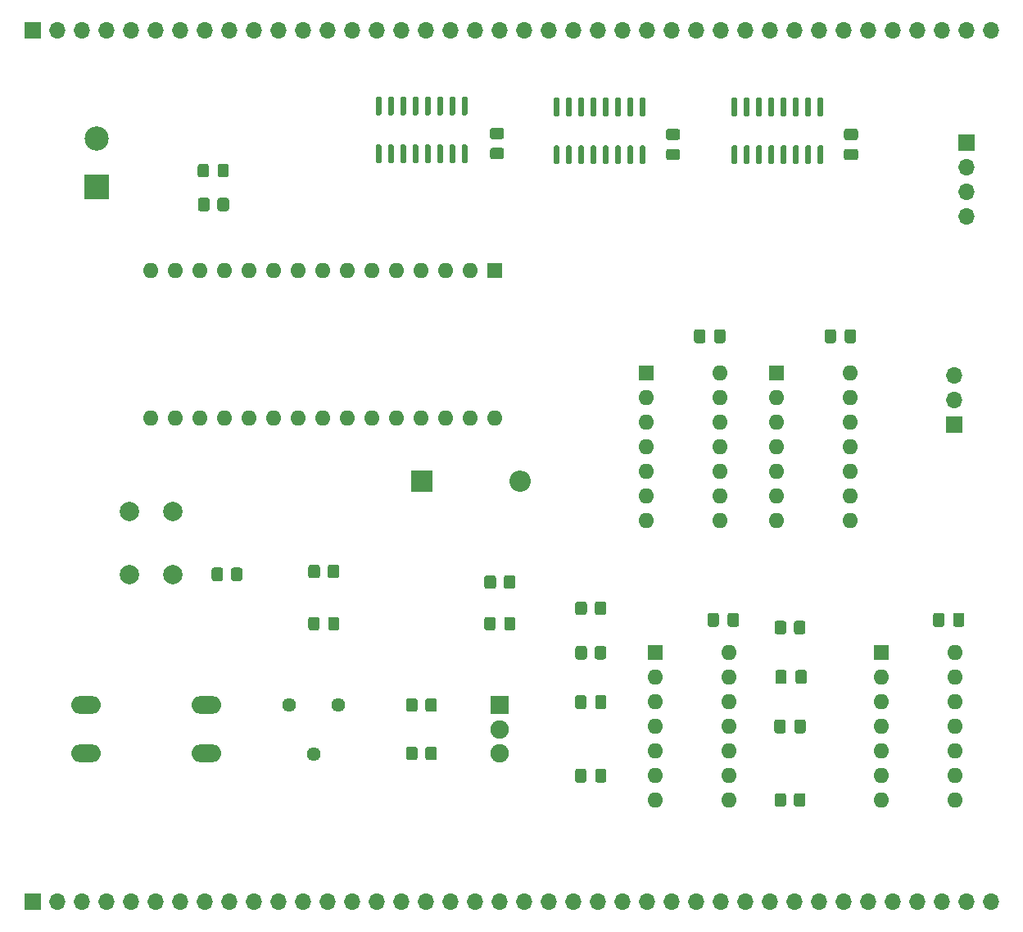
<source format=gts>
G04 #@! TF.GenerationSoftware,KiCad,Pcbnew,(5.1.9)-1*
G04 #@! TF.CreationDate,2022-11-18T17:06:51-05:00*
G04 #@! TF.ProjectId,loader,6c6f6164-6572-42e6-9b69-6361645f7063,2.0*
G04 #@! TF.SameCoordinates,Original*
G04 #@! TF.FileFunction,Soldermask,Top*
G04 #@! TF.FilePolarity,Negative*
%FSLAX46Y46*%
G04 Gerber Fmt 4.6, Leading zero omitted, Abs format (unit mm)*
G04 Created by KiCad (PCBNEW (5.1.9)-1) date 2022-11-18 17:06:51*
%MOMM*%
%LPD*%
G01*
G04 APERTURE LIST*
%ADD10O,1.700000X1.700000*%
%ADD11R,1.700000X1.700000*%
%ADD12O,3.048000X1.850000*%
%ADD13C,2.500000*%
%ADD14R,2.500000X2.500000*%
%ADD15O,1.600000X1.600000*%
%ADD16R,1.600000X1.600000*%
%ADD17O,2.200000X2.200000*%
%ADD18R,2.200000X2.200000*%
%ADD19C,1.440000*%
%ADD20C,2.000000*%
%ADD21C,1.900000*%
%ADD22R,1.900000X1.900000*%
G04 APERTURE END LIST*
D10*
X181700000Y-81620000D03*
X181700000Y-84160000D03*
D11*
X181700000Y-86700000D03*
D12*
X91900000Y-120700000D03*
X91900000Y-115700000D03*
X104400000Y-120700000D03*
X104400000Y-115700000D03*
D13*
X93000000Y-57200000D03*
D14*
X93000000Y-62200000D03*
D10*
X182900000Y-65220000D03*
X182900000Y-62680000D03*
X182900000Y-60140000D03*
D11*
X182900000Y-57600000D03*
D15*
X98640000Y-86040000D03*
X98640000Y-70800000D03*
X134200000Y-86040000D03*
X101180000Y-70800000D03*
X131660000Y-86040000D03*
X103720000Y-70800000D03*
X129120000Y-86040000D03*
X106260000Y-70800000D03*
X126580000Y-86040000D03*
X108800000Y-70800000D03*
X124040000Y-86040000D03*
X111340000Y-70800000D03*
X121500000Y-86040000D03*
X113880000Y-70800000D03*
X118960000Y-86040000D03*
X116420000Y-70800000D03*
X116420000Y-86040000D03*
X118960000Y-70800000D03*
X113880000Y-86040000D03*
X121500000Y-70800000D03*
X111340000Y-86040000D03*
X124040000Y-70800000D03*
X108800000Y-86040000D03*
X126580000Y-70800000D03*
X106260000Y-86040000D03*
X129120000Y-70800000D03*
X103720000Y-86040000D03*
X131660000Y-70800000D03*
X101180000Y-86040000D03*
D16*
X134200000Y-70800000D03*
D17*
X136760000Y-92600000D03*
D18*
X126600000Y-92600000D03*
G36*
G01*
X116950000Y-107750001D02*
X116950000Y-106849999D01*
G75*
G02*
X117199999Y-106600000I249999J0D01*
G01*
X117850001Y-106600000D01*
G75*
G02*
X118100000Y-106849999I0J-249999D01*
G01*
X118100000Y-107750001D01*
G75*
G02*
X117850001Y-108000000I-249999J0D01*
G01*
X117199999Y-108000000D01*
G75*
G02*
X116950000Y-107750001I0J249999D01*
G01*
G37*
G36*
G01*
X114900000Y-107750001D02*
X114900000Y-106849999D01*
G75*
G02*
X115149999Y-106600000I249999J0D01*
G01*
X115800001Y-106600000D01*
G75*
G02*
X116050000Y-106849999I0J-249999D01*
G01*
X116050000Y-107750001D01*
G75*
G02*
X115800001Y-108000000I-249999J0D01*
G01*
X115149999Y-108000000D01*
G75*
G02*
X114900000Y-107750001I0J249999D01*
G01*
G37*
G36*
G01*
X106100000Y-101749999D02*
X106100000Y-102650001D01*
G75*
G02*
X105850001Y-102900000I-249999J0D01*
G01*
X105149999Y-102900000D01*
G75*
G02*
X104900000Y-102650001I0J249999D01*
G01*
X104900000Y-101749999D01*
G75*
G02*
X105149999Y-101500000I249999J0D01*
G01*
X105850001Y-101500000D01*
G75*
G02*
X106100000Y-101749999I0J-249999D01*
G01*
G37*
G36*
G01*
X108100000Y-101749999D02*
X108100000Y-102650001D01*
G75*
G02*
X107850001Y-102900000I-249999J0D01*
G01*
X107149999Y-102900000D01*
G75*
G02*
X106900000Y-102650001I0J249999D01*
G01*
X106900000Y-101749999D01*
G75*
G02*
X107149999Y-101500000I249999J0D01*
G01*
X107850001Y-101500000D01*
G75*
G02*
X108100000Y-101749999I0J-249999D01*
G01*
G37*
G36*
G01*
X167695000Y-57900000D02*
X167995000Y-57900000D01*
G75*
G02*
X168145000Y-58050000I0J-150000D01*
G01*
X168145000Y-59700000D01*
G75*
G02*
X167995000Y-59850000I-150000J0D01*
G01*
X167695000Y-59850000D01*
G75*
G02*
X167545000Y-59700000I0J150000D01*
G01*
X167545000Y-58050000D01*
G75*
G02*
X167695000Y-57900000I150000J0D01*
G01*
G37*
G36*
G01*
X166425000Y-57900000D02*
X166725000Y-57900000D01*
G75*
G02*
X166875000Y-58050000I0J-150000D01*
G01*
X166875000Y-59700000D01*
G75*
G02*
X166725000Y-59850000I-150000J0D01*
G01*
X166425000Y-59850000D01*
G75*
G02*
X166275000Y-59700000I0J150000D01*
G01*
X166275000Y-58050000D01*
G75*
G02*
X166425000Y-57900000I150000J0D01*
G01*
G37*
G36*
G01*
X165155000Y-57900000D02*
X165455000Y-57900000D01*
G75*
G02*
X165605000Y-58050000I0J-150000D01*
G01*
X165605000Y-59700000D01*
G75*
G02*
X165455000Y-59850000I-150000J0D01*
G01*
X165155000Y-59850000D01*
G75*
G02*
X165005000Y-59700000I0J150000D01*
G01*
X165005000Y-58050000D01*
G75*
G02*
X165155000Y-57900000I150000J0D01*
G01*
G37*
G36*
G01*
X163885000Y-57900000D02*
X164185000Y-57900000D01*
G75*
G02*
X164335000Y-58050000I0J-150000D01*
G01*
X164335000Y-59700000D01*
G75*
G02*
X164185000Y-59850000I-150000J0D01*
G01*
X163885000Y-59850000D01*
G75*
G02*
X163735000Y-59700000I0J150000D01*
G01*
X163735000Y-58050000D01*
G75*
G02*
X163885000Y-57900000I150000J0D01*
G01*
G37*
G36*
G01*
X162615000Y-57900000D02*
X162915000Y-57900000D01*
G75*
G02*
X163065000Y-58050000I0J-150000D01*
G01*
X163065000Y-59700000D01*
G75*
G02*
X162915000Y-59850000I-150000J0D01*
G01*
X162615000Y-59850000D01*
G75*
G02*
X162465000Y-59700000I0J150000D01*
G01*
X162465000Y-58050000D01*
G75*
G02*
X162615000Y-57900000I150000J0D01*
G01*
G37*
G36*
G01*
X161345000Y-57900000D02*
X161645000Y-57900000D01*
G75*
G02*
X161795000Y-58050000I0J-150000D01*
G01*
X161795000Y-59700000D01*
G75*
G02*
X161645000Y-59850000I-150000J0D01*
G01*
X161345000Y-59850000D01*
G75*
G02*
X161195000Y-59700000I0J150000D01*
G01*
X161195000Y-58050000D01*
G75*
G02*
X161345000Y-57900000I150000J0D01*
G01*
G37*
G36*
G01*
X160075000Y-57900000D02*
X160375000Y-57900000D01*
G75*
G02*
X160525000Y-58050000I0J-150000D01*
G01*
X160525000Y-59700000D01*
G75*
G02*
X160375000Y-59850000I-150000J0D01*
G01*
X160075000Y-59850000D01*
G75*
G02*
X159925000Y-59700000I0J150000D01*
G01*
X159925000Y-58050000D01*
G75*
G02*
X160075000Y-57900000I150000J0D01*
G01*
G37*
G36*
G01*
X158805000Y-57900000D02*
X159105000Y-57900000D01*
G75*
G02*
X159255000Y-58050000I0J-150000D01*
G01*
X159255000Y-59700000D01*
G75*
G02*
X159105000Y-59850000I-150000J0D01*
G01*
X158805000Y-59850000D01*
G75*
G02*
X158655000Y-59700000I0J150000D01*
G01*
X158655000Y-58050000D01*
G75*
G02*
X158805000Y-57900000I150000J0D01*
G01*
G37*
G36*
G01*
X158805000Y-52950000D02*
X159105000Y-52950000D01*
G75*
G02*
X159255000Y-53100000I0J-150000D01*
G01*
X159255000Y-54750000D01*
G75*
G02*
X159105000Y-54900000I-150000J0D01*
G01*
X158805000Y-54900000D01*
G75*
G02*
X158655000Y-54750000I0J150000D01*
G01*
X158655000Y-53100000D01*
G75*
G02*
X158805000Y-52950000I150000J0D01*
G01*
G37*
G36*
G01*
X160075000Y-52950000D02*
X160375000Y-52950000D01*
G75*
G02*
X160525000Y-53100000I0J-150000D01*
G01*
X160525000Y-54750000D01*
G75*
G02*
X160375000Y-54900000I-150000J0D01*
G01*
X160075000Y-54900000D01*
G75*
G02*
X159925000Y-54750000I0J150000D01*
G01*
X159925000Y-53100000D01*
G75*
G02*
X160075000Y-52950000I150000J0D01*
G01*
G37*
G36*
G01*
X161345000Y-52950000D02*
X161645000Y-52950000D01*
G75*
G02*
X161795000Y-53100000I0J-150000D01*
G01*
X161795000Y-54750000D01*
G75*
G02*
X161645000Y-54900000I-150000J0D01*
G01*
X161345000Y-54900000D01*
G75*
G02*
X161195000Y-54750000I0J150000D01*
G01*
X161195000Y-53100000D01*
G75*
G02*
X161345000Y-52950000I150000J0D01*
G01*
G37*
G36*
G01*
X162615000Y-52950000D02*
X162915000Y-52950000D01*
G75*
G02*
X163065000Y-53100000I0J-150000D01*
G01*
X163065000Y-54750000D01*
G75*
G02*
X162915000Y-54900000I-150000J0D01*
G01*
X162615000Y-54900000D01*
G75*
G02*
X162465000Y-54750000I0J150000D01*
G01*
X162465000Y-53100000D01*
G75*
G02*
X162615000Y-52950000I150000J0D01*
G01*
G37*
G36*
G01*
X163885000Y-52950000D02*
X164185000Y-52950000D01*
G75*
G02*
X164335000Y-53100000I0J-150000D01*
G01*
X164335000Y-54750000D01*
G75*
G02*
X164185000Y-54900000I-150000J0D01*
G01*
X163885000Y-54900000D01*
G75*
G02*
X163735000Y-54750000I0J150000D01*
G01*
X163735000Y-53100000D01*
G75*
G02*
X163885000Y-52950000I150000J0D01*
G01*
G37*
G36*
G01*
X165155000Y-52950000D02*
X165455000Y-52950000D01*
G75*
G02*
X165605000Y-53100000I0J-150000D01*
G01*
X165605000Y-54750000D01*
G75*
G02*
X165455000Y-54900000I-150000J0D01*
G01*
X165155000Y-54900000D01*
G75*
G02*
X165005000Y-54750000I0J150000D01*
G01*
X165005000Y-53100000D01*
G75*
G02*
X165155000Y-52950000I150000J0D01*
G01*
G37*
G36*
G01*
X166425000Y-52950000D02*
X166725000Y-52950000D01*
G75*
G02*
X166875000Y-53100000I0J-150000D01*
G01*
X166875000Y-54750000D01*
G75*
G02*
X166725000Y-54900000I-150000J0D01*
G01*
X166425000Y-54900000D01*
G75*
G02*
X166275000Y-54750000I0J150000D01*
G01*
X166275000Y-53100000D01*
G75*
G02*
X166425000Y-52950000I150000J0D01*
G01*
G37*
G36*
G01*
X167695000Y-52950000D02*
X167995000Y-52950000D01*
G75*
G02*
X168145000Y-53100000I0J-150000D01*
G01*
X168145000Y-54750000D01*
G75*
G02*
X167995000Y-54900000I-150000J0D01*
G01*
X167695000Y-54900000D01*
G75*
G02*
X167545000Y-54750000I0J150000D01*
G01*
X167545000Y-53100000D01*
G75*
G02*
X167695000Y-52950000I150000J0D01*
G01*
G37*
G36*
G01*
X149295000Y-57900000D02*
X149595000Y-57900000D01*
G75*
G02*
X149745000Y-58050000I0J-150000D01*
G01*
X149745000Y-59700000D01*
G75*
G02*
X149595000Y-59850000I-150000J0D01*
G01*
X149295000Y-59850000D01*
G75*
G02*
X149145000Y-59700000I0J150000D01*
G01*
X149145000Y-58050000D01*
G75*
G02*
X149295000Y-57900000I150000J0D01*
G01*
G37*
G36*
G01*
X148025000Y-57900000D02*
X148325000Y-57900000D01*
G75*
G02*
X148475000Y-58050000I0J-150000D01*
G01*
X148475000Y-59700000D01*
G75*
G02*
X148325000Y-59850000I-150000J0D01*
G01*
X148025000Y-59850000D01*
G75*
G02*
X147875000Y-59700000I0J150000D01*
G01*
X147875000Y-58050000D01*
G75*
G02*
X148025000Y-57900000I150000J0D01*
G01*
G37*
G36*
G01*
X146755000Y-57900000D02*
X147055000Y-57900000D01*
G75*
G02*
X147205000Y-58050000I0J-150000D01*
G01*
X147205000Y-59700000D01*
G75*
G02*
X147055000Y-59850000I-150000J0D01*
G01*
X146755000Y-59850000D01*
G75*
G02*
X146605000Y-59700000I0J150000D01*
G01*
X146605000Y-58050000D01*
G75*
G02*
X146755000Y-57900000I150000J0D01*
G01*
G37*
G36*
G01*
X145485000Y-57900000D02*
X145785000Y-57900000D01*
G75*
G02*
X145935000Y-58050000I0J-150000D01*
G01*
X145935000Y-59700000D01*
G75*
G02*
X145785000Y-59850000I-150000J0D01*
G01*
X145485000Y-59850000D01*
G75*
G02*
X145335000Y-59700000I0J150000D01*
G01*
X145335000Y-58050000D01*
G75*
G02*
X145485000Y-57900000I150000J0D01*
G01*
G37*
G36*
G01*
X144215000Y-57900000D02*
X144515000Y-57900000D01*
G75*
G02*
X144665000Y-58050000I0J-150000D01*
G01*
X144665000Y-59700000D01*
G75*
G02*
X144515000Y-59850000I-150000J0D01*
G01*
X144215000Y-59850000D01*
G75*
G02*
X144065000Y-59700000I0J150000D01*
G01*
X144065000Y-58050000D01*
G75*
G02*
X144215000Y-57900000I150000J0D01*
G01*
G37*
G36*
G01*
X142945000Y-57900000D02*
X143245000Y-57900000D01*
G75*
G02*
X143395000Y-58050000I0J-150000D01*
G01*
X143395000Y-59700000D01*
G75*
G02*
X143245000Y-59850000I-150000J0D01*
G01*
X142945000Y-59850000D01*
G75*
G02*
X142795000Y-59700000I0J150000D01*
G01*
X142795000Y-58050000D01*
G75*
G02*
X142945000Y-57900000I150000J0D01*
G01*
G37*
G36*
G01*
X141675000Y-57900000D02*
X141975000Y-57900000D01*
G75*
G02*
X142125000Y-58050000I0J-150000D01*
G01*
X142125000Y-59700000D01*
G75*
G02*
X141975000Y-59850000I-150000J0D01*
G01*
X141675000Y-59850000D01*
G75*
G02*
X141525000Y-59700000I0J150000D01*
G01*
X141525000Y-58050000D01*
G75*
G02*
X141675000Y-57900000I150000J0D01*
G01*
G37*
G36*
G01*
X140405000Y-57900000D02*
X140705000Y-57900000D01*
G75*
G02*
X140855000Y-58050000I0J-150000D01*
G01*
X140855000Y-59700000D01*
G75*
G02*
X140705000Y-59850000I-150000J0D01*
G01*
X140405000Y-59850000D01*
G75*
G02*
X140255000Y-59700000I0J150000D01*
G01*
X140255000Y-58050000D01*
G75*
G02*
X140405000Y-57900000I150000J0D01*
G01*
G37*
G36*
G01*
X140405000Y-52950000D02*
X140705000Y-52950000D01*
G75*
G02*
X140855000Y-53100000I0J-150000D01*
G01*
X140855000Y-54750000D01*
G75*
G02*
X140705000Y-54900000I-150000J0D01*
G01*
X140405000Y-54900000D01*
G75*
G02*
X140255000Y-54750000I0J150000D01*
G01*
X140255000Y-53100000D01*
G75*
G02*
X140405000Y-52950000I150000J0D01*
G01*
G37*
G36*
G01*
X141675000Y-52950000D02*
X141975000Y-52950000D01*
G75*
G02*
X142125000Y-53100000I0J-150000D01*
G01*
X142125000Y-54750000D01*
G75*
G02*
X141975000Y-54900000I-150000J0D01*
G01*
X141675000Y-54900000D01*
G75*
G02*
X141525000Y-54750000I0J150000D01*
G01*
X141525000Y-53100000D01*
G75*
G02*
X141675000Y-52950000I150000J0D01*
G01*
G37*
G36*
G01*
X142945000Y-52950000D02*
X143245000Y-52950000D01*
G75*
G02*
X143395000Y-53100000I0J-150000D01*
G01*
X143395000Y-54750000D01*
G75*
G02*
X143245000Y-54900000I-150000J0D01*
G01*
X142945000Y-54900000D01*
G75*
G02*
X142795000Y-54750000I0J150000D01*
G01*
X142795000Y-53100000D01*
G75*
G02*
X142945000Y-52950000I150000J0D01*
G01*
G37*
G36*
G01*
X144215000Y-52950000D02*
X144515000Y-52950000D01*
G75*
G02*
X144665000Y-53100000I0J-150000D01*
G01*
X144665000Y-54750000D01*
G75*
G02*
X144515000Y-54900000I-150000J0D01*
G01*
X144215000Y-54900000D01*
G75*
G02*
X144065000Y-54750000I0J150000D01*
G01*
X144065000Y-53100000D01*
G75*
G02*
X144215000Y-52950000I150000J0D01*
G01*
G37*
G36*
G01*
X145485000Y-52950000D02*
X145785000Y-52950000D01*
G75*
G02*
X145935000Y-53100000I0J-150000D01*
G01*
X145935000Y-54750000D01*
G75*
G02*
X145785000Y-54900000I-150000J0D01*
G01*
X145485000Y-54900000D01*
G75*
G02*
X145335000Y-54750000I0J150000D01*
G01*
X145335000Y-53100000D01*
G75*
G02*
X145485000Y-52950000I150000J0D01*
G01*
G37*
G36*
G01*
X146755000Y-52950000D02*
X147055000Y-52950000D01*
G75*
G02*
X147205000Y-53100000I0J-150000D01*
G01*
X147205000Y-54750000D01*
G75*
G02*
X147055000Y-54900000I-150000J0D01*
G01*
X146755000Y-54900000D01*
G75*
G02*
X146605000Y-54750000I0J150000D01*
G01*
X146605000Y-53100000D01*
G75*
G02*
X146755000Y-52950000I150000J0D01*
G01*
G37*
G36*
G01*
X148025000Y-52950000D02*
X148325000Y-52950000D01*
G75*
G02*
X148475000Y-53100000I0J-150000D01*
G01*
X148475000Y-54750000D01*
G75*
G02*
X148325000Y-54900000I-150000J0D01*
G01*
X148025000Y-54900000D01*
G75*
G02*
X147875000Y-54750000I0J150000D01*
G01*
X147875000Y-53100000D01*
G75*
G02*
X148025000Y-52950000I150000J0D01*
G01*
G37*
G36*
G01*
X149295000Y-52950000D02*
X149595000Y-52950000D01*
G75*
G02*
X149745000Y-53100000I0J-150000D01*
G01*
X149745000Y-54750000D01*
G75*
G02*
X149595000Y-54900000I-150000J0D01*
G01*
X149295000Y-54900000D01*
G75*
G02*
X149145000Y-54750000I0J150000D01*
G01*
X149145000Y-53100000D01*
G75*
G02*
X149295000Y-52950000I150000J0D01*
G01*
G37*
G36*
G01*
X130895000Y-57800000D02*
X131195000Y-57800000D01*
G75*
G02*
X131345000Y-57950000I0J-150000D01*
G01*
X131345000Y-59600000D01*
G75*
G02*
X131195000Y-59750000I-150000J0D01*
G01*
X130895000Y-59750000D01*
G75*
G02*
X130745000Y-59600000I0J150000D01*
G01*
X130745000Y-57950000D01*
G75*
G02*
X130895000Y-57800000I150000J0D01*
G01*
G37*
G36*
G01*
X129625000Y-57800000D02*
X129925000Y-57800000D01*
G75*
G02*
X130075000Y-57950000I0J-150000D01*
G01*
X130075000Y-59600000D01*
G75*
G02*
X129925000Y-59750000I-150000J0D01*
G01*
X129625000Y-59750000D01*
G75*
G02*
X129475000Y-59600000I0J150000D01*
G01*
X129475000Y-57950000D01*
G75*
G02*
X129625000Y-57800000I150000J0D01*
G01*
G37*
G36*
G01*
X128355000Y-57800000D02*
X128655000Y-57800000D01*
G75*
G02*
X128805000Y-57950000I0J-150000D01*
G01*
X128805000Y-59600000D01*
G75*
G02*
X128655000Y-59750000I-150000J0D01*
G01*
X128355000Y-59750000D01*
G75*
G02*
X128205000Y-59600000I0J150000D01*
G01*
X128205000Y-57950000D01*
G75*
G02*
X128355000Y-57800000I150000J0D01*
G01*
G37*
G36*
G01*
X127085000Y-57800000D02*
X127385000Y-57800000D01*
G75*
G02*
X127535000Y-57950000I0J-150000D01*
G01*
X127535000Y-59600000D01*
G75*
G02*
X127385000Y-59750000I-150000J0D01*
G01*
X127085000Y-59750000D01*
G75*
G02*
X126935000Y-59600000I0J150000D01*
G01*
X126935000Y-57950000D01*
G75*
G02*
X127085000Y-57800000I150000J0D01*
G01*
G37*
G36*
G01*
X125815000Y-57800000D02*
X126115000Y-57800000D01*
G75*
G02*
X126265000Y-57950000I0J-150000D01*
G01*
X126265000Y-59600000D01*
G75*
G02*
X126115000Y-59750000I-150000J0D01*
G01*
X125815000Y-59750000D01*
G75*
G02*
X125665000Y-59600000I0J150000D01*
G01*
X125665000Y-57950000D01*
G75*
G02*
X125815000Y-57800000I150000J0D01*
G01*
G37*
G36*
G01*
X124545000Y-57800000D02*
X124845000Y-57800000D01*
G75*
G02*
X124995000Y-57950000I0J-150000D01*
G01*
X124995000Y-59600000D01*
G75*
G02*
X124845000Y-59750000I-150000J0D01*
G01*
X124545000Y-59750000D01*
G75*
G02*
X124395000Y-59600000I0J150000D01*
G01*
X124395000Y-57950000D01*
G75*
G02*
X124545000Y-57800000I150000J0D01*
G01*
G37*
G36*
G01*
X123275000Y-57800000D02*
X123575000Y-57800000D01*
G75*
G02*
X123725000Y-57950000I0J-150000D01*
G01*
X123725000Y-59600000D01*
G75*
G02*
X123575000Y-59750000I-150000J0D01*
G01*
X123275000Y-59750000D01*
G75*
G02*
X123125000Y-59600000I0J150000D01*
G01*
X123125000Y-57950000D01*
G75*
G02*
X123275000Y-57800000I150000J0D01*
G01*
G37*
G36*
G01*
X122005000Y-57800000D02*
X122305000Y-57800000D01*
G75*
G02*
X122455000Y-57950000I0J-150000D01*
G01*
X122455000Y-59600000D01*
G75*
G02*
X122305000Y-59750000I-150000J0D01*
G01*
X122005000Y-59750000D01*
G75*
G02*
X121855000Y-59600000I0J150000D01*
G01*
X121855000Y-57950000D01*
G75*
G02*
X122005000Y-57800000I150000J0D01*
G01*
G37*
G36*
G01*
X122005000Y-52850000D02*
X122305000Y-52850000D01*
G75*
G02*
X122455000Y-53000000I0J-150000D01*
G01*
X122455000Y-54650000D01*
G75*
G02*
X122305000Y-54800000I-150000J0D01*
G01*
X122005000Y-54800000D01*
G75*
G02*
X121855000Y-54650000I0J150000D01*
G01*
X121855000Y-53000000D01*
G75*
G02*
X122005000Y-52850000I150000J0D01*
G01*
G37*
G36*
G01*
X123275000Y-52850000D02*
X123575000Y-52850000D01*
G75*
G02*
X123725000Y-53000000I0J-150000D01*
G01*
X123725000Y-54650000D01*
G75*
G02*
X123575000Y-54800000I-150000J0D01*
G01*
X123275000Y-54800000D01*
G75*
G02*
X123125000Y-54650000I0J150000D01*
G01*
X123125000Y-53000000D01*
G75*
G02*
X123275000Y-52850000I150000J0D01*
G01*
G37*
G36*
G01*
X124545000Y-52850000D02*
X124845000Y-52850000D01*
G75*
G02*
X124995000Y-53000000I0J-150000D01*
G01*
X124995000Y-54650000D01*
G75*
G02*
X124845000Y-54800000I-150000J0D01*
G01*
X124545000Y-54800000D01*
G75*
G02*
X124395000Y-54650000I0J150000D01*
G01*
X124395000Y-53000000D01*
G75*
G02*
X124545000Y-52850000I150000J0D01*
G01*
G37*
G36*
G01*
X125815000Y-52850000D02*
X126115000Y-52850000D01*
G75*
G02*
X126265000Y-53000000I0J-150000D01*
G01*
X126265000Y-54650000D01*
G75*
G02*
X126115000Y-54800000I-150000J0D01*
G01*
X125815000Y-54800000D01*
G75*
G02*
X125665000Y-54650000I0J150000D01*
G01*
X125665000Y-53000000D01*
G75*
G02*
X125815000Y-52850000I150000J0D01*
G01*
G37*
G36*
G01*
X127085000Y-52850000D02*
X127385000Y-52850000D01*
G75*
G02*
X127535000Y-53000000I0J-150000D01*
G01*
X127535000Y-54650000D01*
G75*
G02*
X127385000Y-54800000I-150000J0D01*
G01*
X127085000Y-54800000D01*
G75*
G02*
X126935000Y-54650000I0J150000D01*
G01*
X126935000Y-53000000D01*
G75*
G02*
X127085000Y-52850000I150000J0D01*
G01*
G37*
G36*
G01*
X128355000Y-52850000D02*
X128655000Y-52850000D01*
G75*
G02*
X128805000Y-53000000I0J-150000D01*
G01*
X128805000Y-54650000D01*
G75*
G02*
X128655000Y-54800000I-150000J0D01*
G01*
X128355000Y-54800000D01*
G75*
G02*
X128205000Y-54650000I0J150000D01*
G01*
X128205000Y-53000000D01*
G75*
G02*
X128355000Y-52850000I150000J0D01*
G01*
G37*
G36*
G01*
X129625000Y-52850000D02*
X129925000Y-52850000D01*
G75*
G02*
X130075000Y-53000000I0J-150000D01*
G01*
X130075000Y-54650000D01*
G75*
G02*
X129925000Y-54800000I-150000J0D01*
G01*
X129625000Y-54800000D01*
G75*
G02*
X129475000Y-54650000I0J150000D01*
G01*
X129475000Y-53000000D01*
G75*
G02*
X129625000Y-52850000I150000J0D01*
G01*
G37*
G36*
G01*
X130895000Y-52850000D02*
X131195000Y-52850000D01*
G75*
G02*
X131345000Y-53000000I0J-150000D01*
G01*
X131345000Y-54650000D01*
G75*
G02*
X131195000Y-54800000I-150000J0D01*
G01*
X130895000Y-54800000D01*
G75*
G02*
X130745000Y-54650000I0J150000D01*
G01*
X130745000Y-53000000D01*
G75*
G02*
X130895000Y-52850000I150000J0D01*
G01*
G37*
G36*
G01*
X134300000Y-102549999D02*
X134300000Y-103450001D01*
G75*
G02*
X134050001Y-103700000I-249999J0D01*
G01*
X133349999Y-103700000D01*
G75*
G02*
X133100000Y-103450001I0J249999D01*
G01*
X133100000Y-102549999D01*
G75*
G02*
X133349999Y-102300000I249999J0D01*
G01*
X134050001Y-102300000D01*
G75*
G02*
X134300000Y-102549999I0J-249999D01*
G01*
G37*
G36*
G01*
X136300000Y-102549999D02*
X136300000Y-103450001D01*
G75*
G02*
X136050001Y-103700000I-249999J0D01*
G01*
X135349999Y-103700000D01*
G75*
G02*
X135100000Y-103450001I0J249999D01*
G01*
X135100000Y-102549999D01*
G75*
G02*
X135349999Y-102300000I249999J0D01*
G01*
X136050001Y-102300000D01*
G75*
G02*
X136300000Y-102549999I0J-249999D01*
G01*
G37*
G36*
G01*
X116100000Y-101449999D02*
X116100000Y-102350001D01*
G75*
G02*
X115850001Y-102600000I-249999J0D01*
G01*
X115149999Y-102600000D01*
G75*
G02*
X114900000Y-102350001I0J249999D01*
G01*
X114900000Y-101449999D01*
G75*
G02*
X115149999Y-101200000I249999J0D01*
G01*
X115850001Y-101200000D01*
G75*
G02*
X116100000Y-101449999I0J-249999D01*
G01*
G37*
G36*
G01*
X118100000Y-101449999D02*
X118100000Y-102350001D01*
G75*
G02*
X117850001Y-102600000I-249999J0D01*
G01*
X117149999Y-102600000D01*
G75*
G02*
X116900000Y-102350001I0J249999D01*
G01*
X116900000Y-101449999D01*
G75*
G02*
X117149999Y-101200000I249999J0D01*
G01*
X117850001Y-101200000D01*
G75*
G02*
X118100000Y-101449999I0J-249999D01*
G01*
G37*
G36*
G01*
X135150000Y-107750001D02*
X135150000Y-106849999D01*
G75*
G02*
X135399999Y-106600000I249999J0D01*
G01*
X136050001Y-106600000D01*
G75*
G02*
X136300000Y-106849999I0J-249999D01*
G01*
X136300000Y-107750001D01*
G75*
G02*
X136050001Y-108000000I-249999J0D01*
G01*
X135399999Y-108000000D01*
G75*
G02*
X135150000Y-107750001I0J249999D01*
G01*
G37*
G36*
G01*
X133100000Y-107750001D02*
X133100000Y-106849999D01*
G75*
G02*
X133349999Y-106600000I249999J0D01*
G01*
X134000001Y-106600000D01*
G75*
G02*
X134250000Y-106849999I0J-249999D01*
G01*
X134250000Y-107750001D01*
G75*
G02*
X134000001Y-108000000I-249999J0D01*
G01*
X133349999Y-108000000D01*
G75*
G02*
X133100000Y-107750001I0J249999D01*
G01*
G37*
D19*
X112900000Y-115700000D03*
X115440000Y-120780000D03*
X117980000Y-115700000D03*
D20*
X96400000Y-95700000D03*
X100900000Y-95700000D03*
X96400000Y-102200000D03*
X100900000Y-102200000D03*
G36*
G01*
X143700000Y-105249999D02*
X143700000Y-106150001D01*
G75*
G02*
X143450001Y-106400000I-249999J0D01*
G01*
X142749999Y-106400000D01*
G75*
G02*
X142500000Y-106150001I0J249999D01*
G01*
X142500000Y-105249999D01*
G75*
G02*
X142749999Y-105000000I249999J0D01*
G01*
X143450001Y-105000000D01*
G75*
G02*
X143700000Y-105249999I0J-249999D01*
G01*
G37*
G36*
G01*
X145700000Y-105249999D02*
X145700000Y-106150001D01*
G75*
G02*
X145450001Y-106400000I-249999J0D01*
G01*
X144749999Y-106400000D01*
G75*
G02*
X144500000Y-106150001I0J249999D01*
G01*
X144500000Y-105249999D01*
G75*
G02*
X144749999Y-105000000I249999J0D01*
G01*
X145450001Y-105000000D01*
G75*
G02*
X145700000Y-105249999I0J-249999D01*
G01*
G37*
D21*
X134700000Y-120700000D03*
X134700000Y-118200000D03*
D22*
X134700000Y-115700000D03*
D15*
X181720000Y-110300000D03*
X174100000Y-125540000D03*
X181720000Y-112840000D03*
X174100000Y-123000000D03*
X181720000Y-115380000D03*
X174100000Y-120460000D03*
X181720000Y-117920000D03*
X174100000Y-117920000D03*
X181720000Y-120460000D03*
X174100000Y-115380000D03*
X181720000Y-123000000D03*
X174100000Y-112840000D03*
X181720000Y-125540000D03*
D16*
X174100000Y-110300000D03*
D15*
X158420000Y-110300000D03*
X150800000Y-125540000D03*
X158420000Y-112840000D03*
X150800000Y-123000000D03*
X158420000Y-115380000D03*
X150800000Y-120460000D03*
X158420000Y-117920000D03*
X150800000Y-117920000D03*
X158420000Y-120460000D03*
X150800000Y-115380000D03*
X158420000Y-123000000D03*
X150800000Y-112840000D03*
X158420000Y-125540000D03*
D16*
X150800000Y-110300000D03*
D15*
X157420000Y-81400000D03*
X149800000Y-96640000D03*
X157420000Y-83940000D03*
X149800000Y-94100000D03*
X157420000Y-86480000D03*
X149800000Y-91560000D03*
X157420000Y-89020000D03*
X149800000Y-89020000D03*
X157420000Y-91560000D03*
X149800000Y-86480000D03*
X157420000Y-94100000D03*
X149800000Y-83940000D03*
X157420000Y-96640000D03*
D16*
X149800000Y-81400000D03*
D15*
X170920000Y-81400000D03*
X163300000Y-96640000D03*
X170920000Y-83940000D03*
X163300000Y-94100000D03*
X170920000Y-86480000D03*
X163300000Y-91560000D03*
X170920000Y-89020000D03*
X163300000Y-89020000D03*
X170920000Y-91560000D03*
X163300000Y-86480000D03*
X170920000Y-94100000D03*
X163300000Y-83940000D03*
X170920000Y-96640000D03*
D16*
X163300000Y-81400000D03*
G36*
G01*
X126200000Y-120249999D02*
X126200000Y-121150001D01*
G75*
G02*
X125950001Y-121400000I-249999J0D01*
G01*
X125249999Y-121400000D01*
G75*
G02*
X125000000Y-121150001I0J249999D01*
G01*
X125000000Y-120249999D01*
G75*
G02*
X125249999Y-120000000I249999J0D01*
G01*
X125950001Y-120000000D01*
G75*
G02*
X126200000Y-120249999I0J-249999D01*
G01*
G37*
G36*
G01*
X128200000Y-120249999D02*
X128200000Y-121150001D01*
G75*
G02*
X127950001Y-121400000I-249999J0D01*
G01*
X127249999Y-121400000D01*
G75*
G02*
X127000000Y-121150001I0J249999D01*
G01*
X127000000Y-120249999D01*
G75*
G02*
X127249999Y-120000000I249999J0D01*
G01*
X127950001Y-120000000D01*
G75*
G02*
X128200000Y-120249999I0J-249999D01*
G01*
G37*
G36*
G01*
X127000000Y-116150001D02*
X127000000Y-115249999D01*
G75*
G02*
X127249999Y-115000000I249999J0D01*
G01*
X127950001Y-115000000D01*
G75*
G02*
X128200000Y-115249999I0J-249999D01*
G01*
X128200000Y-116150001D01*
G75*
G02*
X127950001Y-116400000I-249999J0D01*
G01*
X127249999Y-116400000D01*
G75*
G02*
X127000000Y-116150001I0J249999D01*
G01*
G37*
G36*
G01*
X125000000Y-116150001D02*
X125000000Y-115249999D01*
G75*
G02*
X125249999Y-115000000I249999J0D01*
G01*
X125950001Y-115000000D01*
G75*
G02*
X126200000Y-115249999I0J-249999D01*
G01*
X126200000Y-116150001D01*
G75*
G02*
X125950001Y-116400000I-249999J0D01*
G01*
X125249999Y-116400000D01*
G75*
G02*
X125000000Y-116150001I0J249999D01*
G01*
G37*
G36*
G01*
X164300000Y-107249999D02*
X164300000Y-108150001D01*
G75*
G02*
X164050001Y-108400000I-249999J0D01*
G01*
X163349999Y-108400000D01*
G75*
G02*
X163100000Y-108150001I0J249999D01*
G01*
X163100000Y-107249999D01*
G75*
G02*
X163349999Y-107000000I249999J0D01*
G01*
X164050001Y-107000000D01*
G75*
G02*
X164300000Y-107249999I0J-249999D01*
G01*
G37*
G36*
G01*
X166300000Y-107249999D02*
X166300000Y-108150001D01*
G75*
G02*
X166050001Y-108400000I-249999J0D01*
G01*
X165349999Y-108400000D01*
G75*
G02*
X165100000Y-108150001I0J249999D01*
G01*
X165100000Y-107249999D01*
G75*
G02*
X165349999Y-107000000I249999J0D01*
G01*
X166050001Y-107000000D01*
G75*
G02*
X166300000Y-107249999I0J-249999D01*
G01*
G37*
G36*
G01*
X164300000Y-125049999D02*
X164300000Y-125950001D01*
G75*
G02*
X164050001Y-126200000I-249999J0D01*
G01*
X163349999Y-126200000D01*
G75*
G02*
X163100000Y-125950001I0J249999D01*
G01*
X163100000Y-125049999D01*
G75*
G02*
X163349999Y-124800000I249999J0D01*
G01*
X164050001Y-124800000D01*
G75*
G02*
X164300000Y-125049999I0J-249999D01*
G01*
G37*
G36*
G01*
X166300000Y-125049999D02*
X166300000Y-125950001D01*
G75*
G02*
X166050001Y-126200000I-249999J0D01*
G01*
X165349999Y-126200000D01*
G75*
G02*
X165100000Y-125950001I0J249999D01*
G01*
X165100000Y-125049999D01*
G75*
G02*
X165349999Y-124800000I249999J0D01*
G01*
X166050001Y-124800000D01*
G75*
G02*
X166300000Y-125049999I0J-249999D01*
G01*
G37*
G36*
G01*
X144500000Y-110750001D02*
X144500000Y-109849999D01*
G75*
G02*
X144749999Y-109600000I249999J0D01*
G01*
X145450001Y-109600000D01*
G75*
G02*
X145700000Y-109849999I0J-249999D01*
G01*
X145700000Y-110750001D01*
G75*
G02*
X145450001Y-111000000I-249999J0D01*
G01*
X144749999Y-111000000D01*
G75*
G02*
X144500000Y-110750001I0J249999D01*
G01*
G37*
G36*
G01*
X142500000Y-110750001D02*
X142500000Y-109849999D01*
G75*
G02*
X142749999Y-109600000I249999J0D01*
G01*
X143450001Y-109600000D01*
G75*
G02*
X143700000Y-109849999I0J-249999D01*
G01*
X143700000Y-110750001D01*
G75*
G02*
X143450001Y-111000000I-249999J0D01*
G01*
X142749999Y-111000000D01*
G75*
G02*
X142500000Y-110750001I0J249999D01*
G01*
G37*
G36*
G01*
X165250000Y-113275000D02*
X165250000Y-112325000D01*
G75*
G02*
X165500000Y-112075000I250000J0D01*
G01*
X166175000Y-112075000D01*
G75*
G02*
X166425000Y-112325000I0J-250000D01*
G01*
X166425000Y-113275000D01*
G75*
G02*
X166175000Y-113525000I-250000J0D01*
G01*
X165500000Y-113525000D01*
G75*
G02*
X165250000Y-113275000I0J250000D01*
G01*
G37*
G36*
G01*
X163175000Y-113275000D02*
X163175000Y-112325000D01*
G75*
G02*
X163425000Y-112075000I250000J0D01*
G01*
X164100000Y-112075000D01*
G75*
G02*
X164350000Y-112325000I0J-250000D01*
G01*
X164350000Y-113275000D01*
G75*
G02*
X164100000Y-113525000I-250000J0D01*
G01*
X163425000Y-113525000D01*
G75*
G02*
X163175000Y-113275000I0J250000D01*
G01*
G37*
G36*
G01*
X165150000Y-118375000D02*
X165150000Y-117425000D01*
G75*
G02*
X165400000Y-117175000I250000J0D01*
G01*
X166075000Y-117175000D01*
G75*
G02*
X166325000Y-117425000I0J-250000D01*
G01*
X166325000Y-118375000D01*
G75*
G02*
X166075000Y-118625000I-250000J0D01*
G01*
X165400000Y-118625000D01*
G75*
G02*
X165150000Y-118375000I0J250000D01*
G01*
G37*
G36*
G01*
X163075000Y-118375000D02*
X163075000Y-117425000D01*
G75*
G02*
X163325000Y-117175000I250000J0D01*
G01*
X164000000Y-117175000D01*
G75*
G02*
X164250000Y-117425000I0J-250000D01*
G01*
X164250000Y-118375000D01*
G75*
G02*
X164000000Y-118625000I-250000J0D01*
G01*
X163325000Y-118625000D01*
G75*
G02*
X163075000Y-118375000I0J250000D01*
G01*
G37*
G36*
G01*
X143650000Y-122525000D02*
X143650000Y-123475000D01*
G75*
G02*
X143400000Y-123725000I-250000J0D01*
G01*
X142725000Y-123725000D01*
G75*
G02*
X142475000Y-123475000I0J250000D01*
G01*
X142475000Y-122525000D01*
G75*
G02*
X142725000Y-122275000I250000J0D01*
G01*
X143400000Y-122275000D01*
G75*
G02*
X143650000Y-122525000I0J-250000D01*
G01*
G37*
G36*
G01*
X145725000Y-122525000D02*
X145725000Y-123475000D01*
G75*
G02*
X145475000Y-123725000I-250000J0D01*
G01*
X144800000Y-123725000D01*
G75*
G02*
X144550000Y-123475000I0J250000D01*
G01*
X144550000Y-122525000D01*
G75*
G02*
X144800000Y-122275000I250000J0D01*
G01*
X145475000Y-122275000D01*
G75*
G02*
X145725000Y-122525000I0J-250000D01*
G01*
G37*
G36*
G01*
X143650000Y-114925000D02*
X143650000Y-115875000D01*
G75*
G02*
X143400000Y-116125000I-250000J0D01*
G01*
X142725000Y-116125000D01*
G75*
G02*
X142475000Y-115875000I0J250000D01*
G01*
X142475000Y-114925000D01*
G75*
G02*
X142725000Y-114675000I250000J0D01*
G01*
X143400000Y-114675000D01*
G75*
G02*
X143650000Y-114925000I0J-250000D01*
G01*
G37*
G36*
G01*
X145725000Y-114925000D02*
X145725000Y-115875000D01*
G75*
G02*
X145475000Y-116125000I-250000J0D01*
G01*
X144800000Y-116125000D01*
G75*
G02*
X144550000Y-115875000I0J250000D01*
G01*
X144550000Y-114925000D01*
G75*
G02*
X144800000Y-114675000I250000J0D01*
G01*
X145475000Y-114675000D01*
G75*
G02*
X145725000Y-114925000I0J-250000D01*
G01*
G37*
G36*
G01*
X181550000Y-107375000D02*
X181550000Y-106425000D01*
G75*
G02*
X181800000Y-106175000I250000J0D01*
G01*
X182475000Y-106175000D01*
G75*
G02*
X182725000Y-106425000I0J-250000D01*
G01*
X182725000Y-107375000D01*
G75*
G02*
X182475000Y-107625000I-250000J0D01*
G01*
X181800000Y-107625000D01*
G75*
G02*
X181550000Y-107375000I0J250000D01*
G01*
G37*
G36*
G01*
X179475000Y-107375000D02*
X179475000Y-106425000D01*
G75*
G02*
X179725000Y-106175000I250000J0D01*
G01*
X180400000Y-106175000D01*
G75*
G02*
X180650000Y-106425000I0J-250000D01*
G01*
X180650000Y-107375000D01*
G75*
G02*
X180400000Y-107625000I-250000J0D01*
G01*
X179725000Y-107625000D01*
G75*
G02*
X179475000Y-107375000I0J250000D01*
G01*
G37*
G36*
G01*
X158250000Y-107375000D02*
X158250000Y-106425000D01*
G75*
G02*
X158500000Y-106175000I250000J0D01*
G01*
X159175000Y-106175000D01*
G75*
G02*
X159425000Y-106425000I0J-250000D01*
G01*
X159425000Y-107375000D01*
G75*
G02*
X159175000Y-107625000I-250000J0D01*
G01*
X158500000Y-107625000D01*
G75*
G02*
X158250000Y-107375000I0J250000D01*
G01*
G37*
G36*
G01*
X156175000Y-107375000D02*
X156175000Y-106425000D01*
G75*
G02*
X156425000Y-106175000I250000J0D01*
G01*
X157100000Y-106175000D01*
G75*
G02*
X157350000Y-106425000I0J-250000D01*
G01*
X157350000Y-107375000D01*
G75*
G02*
X157100000Y-107625000I-250000J0D01*
G01*
X156425000Y-107625000D01*
G75*
G02*
X156175000Y-107375000I0J250000D01*
G01*
G37*
G36*
G01*
X156850000Y-78075000D02*
X156850000Y-77125000D01*
G75*
G02*
X157100000Y-76875000I250000J0D01*
G01*
X157775000Y-76875000D01*
G75*
G02*
X158025000Y-77125000I0J-250000D01*
G01*
X158025000Y-78075000D01*
G75*
G02*
X157775000Y-78325000I-250000J0D01*
G01*
X157100000Y-78325000D01*
G75*
G02*
X156850000Y-78075000I0J250000D01*
G01*
G37*
G36*
G01*
X154775000Y-78075000D02*
X154775000Y-77125000D01*
G75*
G02*
X155025000Y-76875000I250000J0D01*
G01*
X155700000Y-76875000D01*
G75*
G02*
X155950000Y-77125000I0J-250000D01*
G01*
X155950000Y-78075000D01*
G75*
G02*
X155700000Y-78325000I-250000J0D01*
G01*
X155025000Y-78325000D01*
G75*
G02*
X154775000Y-78075000I0J250000D01*
G01*
G37*
G36*
G01*
X170525000Y-58250000D02*
X171475000Y-58250000D01*
G75*
G02*
X171725000Y-58500000I0J-250000D01*
G01*
X171725000Y-59175000D01*
G75*
G02*
X171475000Y-59425000I-250000J0D01*
G01*
X170525000Y-59425000D01*
G75*
G02*
X170275000Y-59175000I0J250000D01*
G01*
X170275000Y-58500000D01*
G75*
G02*
X170525000Y-58250000I250000J0D01*
G01*
G37*
G36*
G01*
X170525000Y-56175000D02*
X171475000Y-56175000D01*
G75*
G02*
X171725000Y-56425000I0J-250000D01*
G01*
X171725000Y-57100000D01*
G75*
G02*
X171475000Y-57350000I-250000J0D01*
G01*
X170525000Y-57350000D01*
G75*
G02*
X170275000Y-57100000I0J250000D01*
G01*
X170275000Y-56425000D01*
G75*
G02*
X170525000Y-56175000I250000J0D01*
G01*
G37*
G36*
G01*
X170350000Y-78075000D02*
X170350000Y-77125000D01*
G75*
G02*
X170600000Y-76875000I250000J0D01*
G01*
X171275000Y-76875000D01*
G75*
G02*
X171525000Y-77125000I0J-250000D01*
G01*
X171525000Y-78075000D01*
G75*
G02*
X171275000Y-78325000I-250000J0D01*
G01*
X170600000Y-78325000D01*
G75*
G02*
X170350000Y-78075000I0J250000D01*
G01*
G37*
G36*
G01*
X168275000Y-78075000D02*
X168275000Y-77125000D01*
G75*
G02*
X168525000Y-76875000I250000J0D01*
G01*
X169200000Y-76875000D01*
G75*
G02*
X169450000Y-77125000I0J-250000D01*
G01*
X169450000Y-78075000D01*
G75*
G02*
X169200000Y-78325000I-250000J0D01*
G01*
X168525000Y-78325000D01*
G75*
G02*
X168275000Y-78075000I0J250000D01*
G01*
G37*
G36*
G01*
X105500000Y-64450001D02*
X105500000Y-63549999D01*
G75*
G02*
X105749999Y-63300000I249999J0D01*
G01*
X106450001Y-63300000D01*
G75*
G02*
X106700000Y-63549999I0J-249999D01*
G01*
X106700000Y-64450001D01*
G75*
G02*
X106450001Y-64700000I-249999J0D01*
G01*
X105749999Y-64700000D01*
G75*
G02*
X105500000Y-64450001I0J249999D01*
G01*
G37*
G36*
G01*
X103500000Y-64450001D02*
X103500000Y-63549999D01*
G75*
G02*
X103749999Y-63300000I249999J0D01*
G01*
X104450001Y-63300000D01*
G75*
G02*
X104700000Y-63549999I0J-249999D01*
G01*
X104700000Y-64450001D01*
G75*
G02*
X104450001Y-64700000I-249999J0D01*
G01*
X103749999Y-64700000D01*
G75*
G02*
X103500000Y-64450001I0J249999D01*
G01*
G37*
G36*
G01*
X104625000Y-60049999D02*
X104625000Y-60950001D01*
G75*
G02*
X104375001Y-61200000I-249999J0D01*
G01*
X103724999Y-61200000D01*
G75*
G02*
X103475000Y-60950001I0J249999D01*
G01*
X103475000Y-60049999D01*
G75*
G02*
X103724999Y-59800000I249999J0D01*
G01*
X104375001Y-59800000D01*
G75*
G02*
X104625000Y-60049999I0J-249999D01*
G01*
G37*
G36*
G01*
X106675000Y-60049999D02*
X106675000Y-60950001D01*
G75*
G02*
X106425001Y-61200000I-249999J0D01*
G01*
X105774999Y-61200000D01*
G75*
G02*
X105525000Y-60950001I0J249999D01*
G01*
X105525000Y-60049999D01*
G75*
G02*
X105774999Y-59800000I249999J0D01*
G01*
X106425001Y-59800000D01*
G75*
G02*
X106675000Y-60049999I0J-249999D01*
G01*
G37*
G36*
G01*
X152125000Y-58250000D02*
X153075000Y-58250000D01*
G75*
G02*
X153325000Y-58500000I0J-250000D01*
G01*
X153325000Y-59175000D01*
G75*
G02*
X153075000Y-59425000I-250000J0D01*
G01*
X152125000Y-59425000D01*
G75*
G02*
X151875000Y-59175000I0J250000D01*
G01*
X151875000Y-58500000D01*
G75*
G02*
X152125000Y-58250000I250000J0D01*
G01*
G37*
G36*
G01*
X152125000Y-56175000D02*
X153075000Y-56175000D01*
G75*
G02*
X153325000Y-56425000I0J-250000D01*
G01*
X153325000Y-57100000D01*
G75*
G02*
X153075000Y-57350000I-250000J0D01*
G01*
X152125000Y-57350000D01*
G75*
G02*
X151875000Y-57100000I0J250000D01*
G01*
X151875000Y-56425000D01*
G75*
G02*
X152125000Y-56175000I250000J0D01*
G01*
G37*
G36*
G01*
X133925000Y-58150000D02*
X134875000Y-58150000D01*
G75*
G02*
X135125000Y-58400000I0J-250000D01*
G01*
X135125000Y-59075000D01*
G75*
G02*
X134875000Y-59325000I-250000J0D01*
G01*
X133925000Y-59325000D01*
G75*
G02*
X133675000Y-59075000I0J250000D01*
G01*
X133675000Y-58400000D01*
G75*
G02*
X133925000Y-58150000I250000J0D01*
G01*
G37*
G36*
G01*
X133925000Y-56075000D02*
X134875000Y-56075000D01*
G75*
G02*
X135125000Y-56325000I0J-250000D01*
G01*
X135125000Y-57000000D01*
G75*
G02*
X134875000Y-57250000I-250000J0D01*
G01*
X133925000Y-57250000D01*
G75*
G02*
X133675000Y-57000000I0J250000D01*
G01*
X133675000Y-56325000D01*
G75*
G02*
X133925000Y-56075000I250000J0D01*
G01*
G37*
D10*
X185460000Y-136000000D03*
X182920000Y-136000000D03*
X180380000Y-136000000D03*
X177840000Y-136000000D03*
X175300000Y-136000000D03*
X172760000Y-136000000D03*
X170220000Y-136000000D03*
X167680000Y-136000000D03*
X165140000Y-136000000D03*
X162600000Y-136000000D03*
X160060000Y-136000000D03*
X157520000Y-136000000D03*
X154980000Y-136000000D03*
X152440000Y-136000000D03*
X149900000Y-136000000D03*
X147360000Y-136000000D03*
X144820000Y-136000000D03*
X142280000Y-136000000D03*
X139740000Y-136000000D03*
X137200000Y-136000000D03*
X134660000Y-136000000D03*
X132120000Y-136000000D03*
X129580000Y-136000000D03*
X127040000Y-136000000D03*
X124500000Y-136000000D03*
X121960000Y-136000000D03*
X119420000Y-136000000D03*
X116880000Y-136000000D03*
X114340000Y-136000000D03*
X111800000Y-136000000D03*
X109260000Y-136000000D03*
X106720000Y-136000000D03*
X104180000Y-136000000D03*
X101640000Y-136000000D03*
X99100000Y-136000000D03*
X96560000Y-136000000D03*
X94020000Y-136000000D03*
X91480000Y-136000000D03*
X88940000Y-136000000D03*
D11*
X86400000Y-136000000D03*
D10*
X185460000Y-46000000D03*
X182920000Y-46000000D03*
X180380000Y-46000000D03*
X177840000Y-46000000D03*
X175300000Y-46000000D03*
X172760000Y-46000000D03*
X170220000Y-46000000D03*
X167680000Y-46000000D03*
X165140000Y-46000000D03*
X162600000Y-46000000D03*
X160060000Y-46000000D03*
X157520000Y-46000000D03*
X154980000Y-46000000D03*
X152440000Y-46000000D03*
X149900000Y-46000000D03*
X147360000Y-46000000D03*
X144820000Y-46000000D03*
X142280000Y-46000000D03*
X139740000Y-46000000D03*
X137200000Y-46000000D03*
X134660000Y-46000000D03*
X132120000Y-46000000D03*
X129580000Y-46000000D03*
X127040000Y-46000000D03*
X124500000Y-46000000D03*
X121960000Y-46000000D03*
X119420000Y-46000000D03*
X116880000Y-46000000D03*
X114340000Y-46000000D03*
X111800000Y-46000000D03*
X109260000Y-46000000D03*
X106720000Y-46000000D03*
X104180000Y-46000000D03*
X101640000Y-46000000D03*
X99100000Y-46000000D03*
X96560000Y-46000000D03*
X94020000Y-46000000D03*
X91480000Y-46000000D03*
X88940000Y-46000000D03*
D11*
X86400000Y-46000000D03*
M02*

</source>
